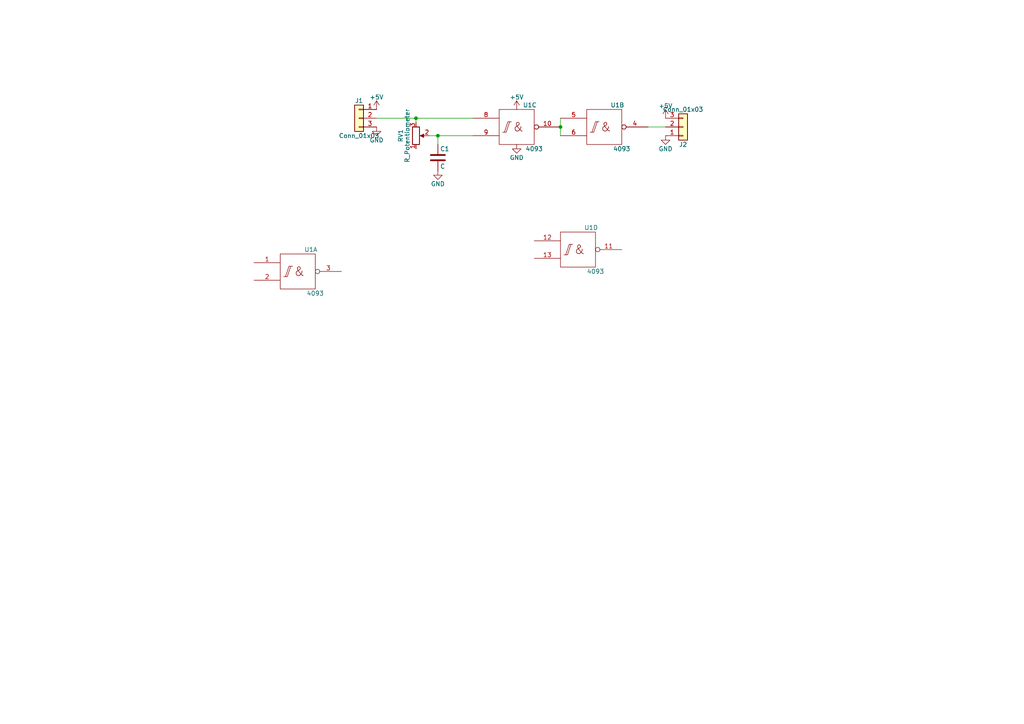
<source format=kicad_sch>
(kicad_sch (version 20211123) (generator eeschema)
  (paper "A4")
  (lib_symbols
    (symbol "4xxx_IEEE:4093" (pin_names (offset 0.762))
      (property "Reference" "U" (at 3.81 6.35 0))
      (property "Value" "4093" (at 5.08 -6.35 0))
      (symbol "4093_0_0"
        (rectangle (start -5.08 5.08) (end 5.08 -5.08))
        (polyline (pts (xy -4.064 -1.524) (xy -3.048 -1.524) (xy -2.032 1.524) (xy -1.524 1.524) (xy -2.54 1.524) (xy -3.556 -1.524) (xy -3.556 -1.524)))
        (text "&" (at 0.508 0 0) (effects (font (size 2.54 2.54))))
        (pin power_in line (at 0 5.08 270) (length 0) hide (name "Vdd") (number "14"))
        (pin power_in line (at 0 -5.08 90) (length 0) hide (name "Vss") (number "7"))
      )
      (symbol "4093_1_1"
        (pin input line (at -12.7 2.54 0) (length 7.62) (name "~") (number "1"))
        (pin input line (at -12.7 -2.54 0) (length 7.62) (name "~") (number "2"))
        (pin output inverted (at 12.7 0 180) (length 7.62) (name "~") (number "3"))
      )
      (symbol "4093_2_1"
        (pin output inverted (at 12.7 0 180) (length 7.62) (name "~") (number "4"))
        (pin input line (at -12.7 2.54 0) (length 7.62) (name "~") (number "5"))
        (pin input line (at -12.7 -2.54 0) (length 7.62) (name "~") (number "6"))
      )
      (symbol "4093_3_1"
        (pin output inverted (at 12.7 0 180) (length 7.62) (name "~") (number "10"))
        (pin input line (at -12.7 2.54 0) (length 7.62) (name "~") (number "8"))
        (pin input line (at -12.7 -2.54 0) (length 7.62) (name "~") (number "9"))
      )
      (symbol "4093_4_1"
        (pin output inverted (at 12.7 0 180) (length 7.62) (name "~") (number "11"))
        (pin input line (at -12.7 2.54 0) (length 7.62) (name "~") (number "12"))
        (pin input line (at -12.7 -2.54 0) (length 7.62) (name "~") (number "13"))
      )
    )
    (symbol "Connector_Generic:Conn_01x03" (pin_names (offset 1.016) hide)
      (property "Reference" "J" (at 0 5.08 0))
      (property "Value" "Conn_01x03" (at 0 -5.08 0))
      (symbol "Conn_01x03_1_1"
        (rectangle (start -1.27 -2.413) (end 0 -2.667) (stroke (width 0.1524)))
        (rectangle (start -1.27 0.127) (end 0 -0.127) (stroke (width 0.1524)))
        (rectangle (start -1.27 2.667) (end 0 2.413) (stroke (width 0.1524)))
        (rectangle (start -1.27 3.81) (end 1.27 -3.81) (stroke (width 0.254)) (fill (type background)))
        (pin passive line (at -5.08 2.54 0) (length 3.81) (name "Pin_1") (number "1"))
        (pin passive line (at -5.08 0 0) (length 3.81) (name "Pin_2") (number "2"))
        (pin passive line (at -5.08 -2.54 0) (length 3.81) (name "Pin_3") (number "3"))
      )
    )
    (symbol "Device:C" (pin_numbers hide) (pin_names (offset 0.254))
      (property "Reference" "C" (at 0.635 2.54 0))
      (property "Value" "C" (at 0.635 -2.54 0))
      (symbol "C_0_1"
        (polyline (pts (xy -2.032 -0.762) (xy 2.032 -0.762)) (stroke (width 0.508)))
        (polyline (pts (xy -2.032 0.762) (xy 2.032 0.762)) (stroke (width 0.508)))
      )
      (symbol "C_1_1"
        (pin passive line (at 0 3.81 270) (length 2.794) (name "~") (number "1"))
        (pin passive line (at 0 -3.81 90) (length 2.794) (name "~") (number "2"))
      )
    )
    (symbol "Device:R_Potentiometer" (pin_names (offset 1.016) hide)
      (property "Reference" "RV" (at -4.445 0 90))
      (property "Value" "R_Potentiometer" (at -2.54 0 90))
      (symbol "R_Potentiometer_0_1"
        (polyline (pts (xy 2.54 0) (xy 1.524 0)))
        (polyline (pts (xy 1.143 0) (xy 2.286 0.508) (xy 2.286 -0.508) (xy 1.143 0)) (fill (type outline)))
        (rectangle (start 1.016 2.54) (end -1.016 -2.54) (stroke (width 0.254)))
      )
      (symbol "R_Potentiometer_1_1"
        (pin passive line (at 0 3.81 270) (length 1.27) (name "1") (number "1"))
        (pin passive line (at 3.81 0 180) (length 1.27) (name "2") (number "2"))
        (pin passive line (at 0 -3.81 90) (length 1.27) (name "3") (number "3"))
      )
    )
    (symbol "power:+5V" (power) (pin_names (offset 0))
      (property "Value" "+5V" (at 0 3.556 0))
      (symbol "+5V_0_1"
        (polyline (pts (xy -0.762 1.27) (xy 0 2.54)))
        (polyline (pts (xy 0 0) (xy 0 2.54)))
        (polyline (pts (xy 0 2.54) (xy 0.762 1.27)))
      )
      (symbol "+5V_1_1"
        (pin power_in line (at 0 0 90) (length 0) hide (name "+5V") (number "1"))
      )
    )
    (symbol "power:GND" (power) (pin_names (offset 0))
      (property "Value" "GND" (at 0 -3.81 0))
      (symbol "GND_0_1"
        (polyline (pts (xy 0 0) (xy 0 -1.27) (xy 1.27 -1.27) (xy 0 -2.54) (xy -1.27 -1.27) (xy 0 -1.27)))
      )
      (symbol "GND_1_1"
        (pin power_in line (at 0 0 270) (length 0) hide (name "GND") (number "1"))
      )
    )
  )
  (junction (at 120.65 34.29))
  (junction (at 127 39.37))
  (junction (at 162.56 36.83))
  (wire (pts (xy 127 39.37) (xy 127 41.91)))
  (wire (pts (xy 127 39.37) (xy 137.16 39.37)))
  (wire (pts (xy 162.56 34.29) (xy 162.56 36.83)))
  (wire (pts (xy 162.56 36.83) (xy 162.56 39.37)))
  (wire (pts (xy 124.46 39.37) (xy 127 39.37)))
  (wire (pts (xy 109.22 34.29) (xy 120.65 34.29)))
  (wire (pts (xy 120.65 35.56) (xy 120.65 34.29)))
  (wire (pts (xy 187.96 36.83) (xy 193.04 36.83)))
  (wire (pts (xy 120.65 34.29) (xy 137.16 34.29)))
  (symbol (lib_id "Connector_Generic:Conn_01x03") (at 198.12 36.83 0) (mirror x) (unit 1)
    (property "Reference" "J2" (at 198.12 41.91 0))
    (property "Value" "Conn_01x03" (at 198.12 31.75 0))
    (property "Footprint" "Connector_PinHeader_2.54mm:PinHeader_1x03_P2.54mm_Vertical" (effects hide))
  )
  (symbol (lib_id "power:GND") (at 193.04 39.37 0) (unit 1)
    (property "Reference" "#PWR0107" (effects hide))
    (property "Value" "GND" (at 193.04 43.18 0))
  )
  (symbol (lib_id "Connector_Generic:Conn_01x03") (at 104.14 34.29 0) (mirror y) (unit 1)
    (property "Reference" "J1" (at 104.14 29.21 0))
    (property "Value" "Conn_01x03" (at 104.14 39.37 0))
    (property "Footprint" "Connector_PinHeader_2.54mm:PinHeader_1x03_P2.54mm_Vertical" (effects hide))
  )
  (symbol (lib_id "power:+5V") (at 149.86 31.75 0) (unit 1)
    (property "Reference" "#PWR0104" (effects hide))
    (property "Value" "+5V" (at 149.86 28.194 0))
  )
  (symbol (lib_id "4xxx_IEEE:4093") (at 86.36 78.74 0) (unit 1)
    (property "Reference" "U1" (at 90.17 72.39 0))
    (property "Value" "4093" (at 91.44 85.09 0))
    (property "Footprint" "Package_DIP:DIP-14_W7.62mm" (effects hide))
  )
  (symbol (lib_id "4xxx_IEEE:4093") (at 175.26 36.83 0) (unit 2)
    (property "Reference" "U1" (at 179.07 30.48 0))
    (property "Value" "4093" (at 180.34 43.18 0))
    (property "Footprint" "Package_DIP:DIP-14_W7.62mm" (effects hide))
  )
  (symbol (lib_id "Device:R_Potentiometer") (at 120.65 39.37 0) (mirror x) (unit 1)
    (property "Reference" "RV1" (at 116.205 39.37 90))
    (property "Value" "R_Potentiometer" (at 118.11 39.37 90))
    (property "Footprint" "Potentiometer_THT:Potentiometer_Piher_PT-6-V_Vertical" (effects hide))
  )
  (symbol (lib_id "power:GND") (at 127 49.53 0) (unit 1)
    (property "Reference" "#PWR0103" (effects hide))
    (property "Value" "GND" (at 127 53.34 0))
  )
  (symbol (lib_id "power:GND") (at 149.86 41.91 0) (unit 1)
    (property "Reference" "#PWR0105" (effects hide))
    (property "Value" "GND" (at 149.86 45.72 0))
  )
  (symbol (lib_id "power:GND") (at 109.22 36.83 0) (unit 1)
    (property "Reference" "#PWR0101" (effects hide))
    (property "Value" "GND" (at 109.22 40.64 0))
  )
  (symbol (lib_id "4xxx_IEEE:4093") (at 167.64 72.39 0) (unit 4)
    (property "Reference" "U1" (at 171.45 66.04 0))
    (property "Value" "4093" (at 172.72 78.74 0))
    (property "Footprint" "Package_DIP:DIP-14_W7.62mm" (effects hide))
  )
  (symbol (lib_id "4xxx_IEEE:4093") (at 149.86 36.83 0) (unit 3)
    (property "Reference" "U1" (at 153.67 30.48 0))
    (property "Value" "4093" (at 154.94 43.18 0))
    (property "Footprint" "Package_DIP:DIP-14_W7.62mm" (effects hide))
  )
  (symbol (lib_id "power:+5V") (at 193.04 34.29 0) (unit 1)
    (property "Reference" "#PWR0106" (effects hide))
    (property "Value" "+5V" (at 193.04 30.734 0))
  )
  (symbol (lib_id "power:+5V") (at 109.22 31.75 0) (unit 1)
    (property "Reference" "#PWR0102" (effects hide))
    (property "Value" "+5V" (at 109.22 28.194 0))
  )
  (symbol (lib_id "Device:C") (at 127 45.72 0) (unit 1)
    (property "Reference" "C1" (at 127.635 43.18 0) (effects (justify left)))
    (property "Value" "C" (at 127.635 48.26 0) (effects (justify left)))
    (property "Footprint" "Capacitor_THT:C_Disc_D3.0mm_W1.6mm_P2.50mm" (effects hide))
  )
)
</source>
